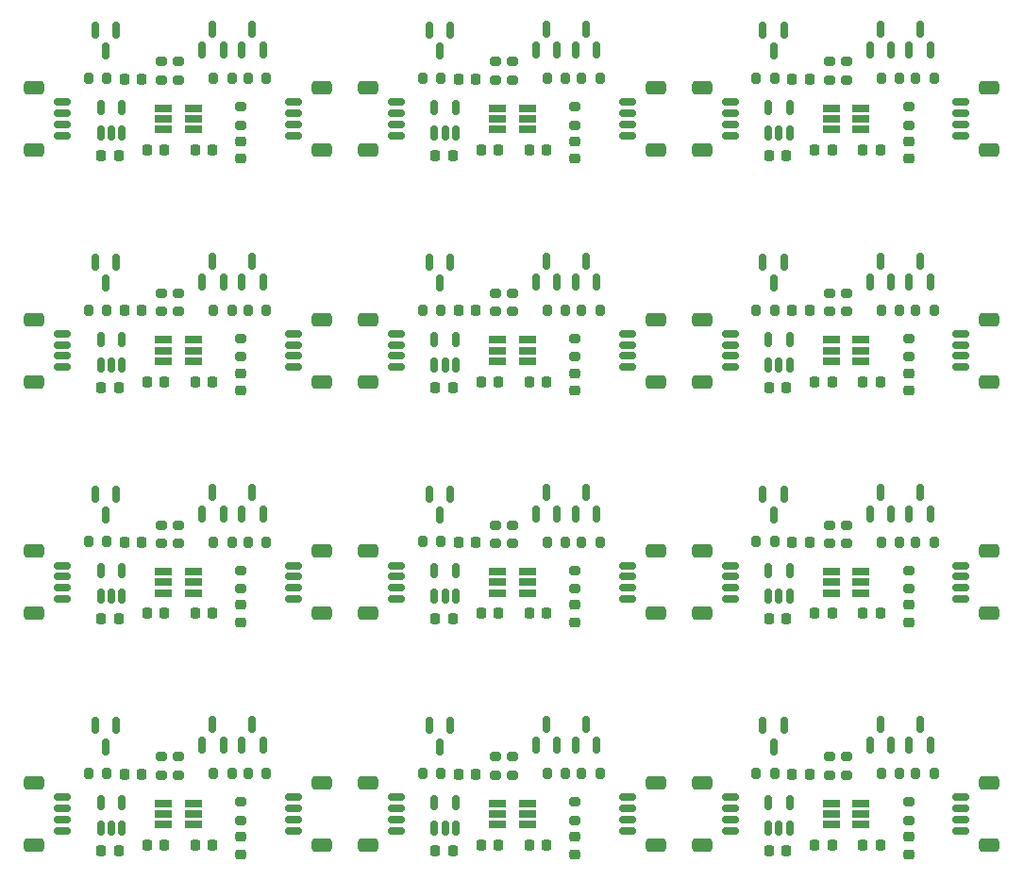
<source format=gbr>
%TF.GenerationSoftware,KiCad,Pcbnew,7.0.1*%
%TF.CreationDate,2025-06-25T09:37:51+07:00*%
%TF.ProjectId,panelize_2,70616e65-6c69-47a6-955f-322e6b696361,rev?*%
%TF.SameCoordinates,Original*%
%TF.FileFunction,Paste,Top*%
%TF.FilePolarity,Positive*%
%FSLAX46Y46*%
G04 Gerber Fmt 4.6, Leading zero omitted, Abs format (unit mm)*
G04 Created by KiCad (PCBNEW 7.0.1) date 2025-06-25 09:37:51*
%MOMM*%
%LPD*%
G01*
G04 APERTURE LIST*
G04 Aperture macros list*
%AMRoundRect*
0 Rectangle with rounded corners*
0 $1 Rounding radius*
0 $2 $3 $4 $5 $6 $7 $8 $9 X,Y pos of 4 corners*
0 Add a 4 corners polygon primitive as box body*
4,1,4,$2,$3,$4,$5,$6,$7,$8,$9,$2,$3,0*
0 Add four circle primitives for the rounded corners*
1,1,$1+$1,$2,$3*
1,1,$1+$1,$4,$5*
1,1,$1+$1,$6,$7*
1,1,$1+$1,$8,$9*
0 Add four rect primitives between the rounded corners*
20,1,$1+$1,$2,$3,$4,$5,0*
20,1,$1+$1,$4,$5,$6,$7,0*
20,1,$1+$1,$6,$7,$8,$9,0*
20,1,$1+$1,$8,$9,$2,$3,0*%
G04 Aperture macros list end*
%ADD10RoundRect,0.250000X0.650000X-0.350000X0.650000X0.350000X-0.650000X0.350000X-0.650000X-0.350000X0*%
%ADD11RoundRect,0.150000X0.625000X-0.150000X0.625000X0.150000X-0.625000X0.150000X-0.625000X-0.150000X0*%
%ADD12RoundRect,0.200000X-0.275000X0.200000X-0.275000X-0.200000X0.275000X-0.200000X0.275000X0.200000X0*%
%ADD13RoundRect,0.225000X-0.225000X-0.250000X0.225000X-0.250000X0.225000X0.250000X-0.225000X0.250000X0*%
%ADD14R,1.560000X0.650000*%
%ADD15RoundRect,0.225000X0.225000X0.250000X-0.225000X0.250000X-0.225000X-0.250000X0.225000X-0.250000X0*%
%ADD16RoundRect,0.200000X0.200000X0.275000X-0.200000X0.275000X-0.200000X-0.275000X0.200000X-0.275000X0*%
%ADD17RoundRect,0.150000X0.150000X-0.587500X0.150000X0.587500X-0.150000X0.587500X-0.150000X-0.587500X0*%
%ADD18RoundRect,0.200000X-0.200000X-0.275000X0.200000X-0.275000X0.200000X0.275000X-0.200000X0.275000X0*%
%ADD19RoundRect,0.150000X0.150000X-0.512500X0.150000X0.512500X-0.150000X0.512500X-0.150000X-0.512500X0*%
%ADD20RoundRect,0.150000X-0.150000X0.587500X-0.150000X-0.587500X0.150000X-0.587500X0.150000X0.587500X0*%
%ADD21RoundRect,0.218750X0.256250X-0.218750X0.256250X0.218750X-0.256250X0.218750X-0.256250X-0.218750X0*%
%ADD22RoundRect,0.250000X-0.650000X0.350000X-0.650000X-0.350000X0.650000X-0.350000X0.650000X0.350000X0*%
%ADD23RoundRect,0.150000X-0.625000X0.150000X-0.625000X-0.150000X0.625000X-0.150000X0.625000X0.150000X0*%
G04 APERTURE END LIST*
D10*
%TO.C,J13*%
X125935500Y-112200000D03*
X125935500Y-117800000D03*
D11*
X128460500Y-113500000D03*
X128460500Y-114500000D03*
X128460500Y-115500000D03*
X128460500Y-116500000D03*
%TD*%
D12*
%TO.C,R70*%
X167290000Y-153115000D03*
X167290000Y-151465000D03*
%TD*%
D13*
%TO.C,C46*%
X165511000Y-153026000D03*
X163961000Y-153026000D03*
%TD*%
D14*
%TO.C,U23*%
X170156000Y-155666000D03*
X170156000Y-156616000D03*
X170156000Y-157566000D03*
X167456000Y-157566000D03*
X167456000Y-156616000D03*
X167456000Y-155666000D03*
%TD*%
D15*
%TO.C,C47*%
X166007000Y-159402000D03*
X167557000Y-159402000D03*
%TD*%
D16*
%TO.C,R72*%
X160751000Y-152976000D03*
X162401000Y-152976000D03*
%TD*%
D10*
%TO.C,J34*%
X155883500Y-153808000D03*
X155883500Y-159408000D03*
D11*
X158408500Y-155108000D03*
X158408500Y-156108000D03*
X158408500Y-157108000D03*
X158408500Y-158108000D03*
%TD*%
D12*
%TO.C,R71*%
X168814000Y-153115000D03*
X168814000Y-151465000D03*
%TD*%
D17*
%TO.C,Q34*%
X171886000Y-148581000D03*
X172836000Y-150456000D03*
X170936000Y-150456000D03*
%TD*%
D18*
%TO.C,R69*%
X176681000Y-153006000D03*
X175031000Y-153006000D03*
%TD*%
D17*
%TO.C,Q35*%
X175426000Y-148581000D03*
X176376000Y-150456000D03*
X174476000Y-150456000D03*
%TD*%
D19*
%TO.C,U24*%
X161826000Y-155598500D03*
X163726000Y-155598500D03*
X163726000Y-157873500D03*
X162776000Y-157873500D03*
X161826000Y-157873500D03*
%TD*%
D15*
%TO.C,C48*%
X170325000Y-159402000D03*
X171875000Y-159402000D03*
%TD*%
D20*
%TO.C,Q36*%
X162294500Y-150563500D03*
X161344500Y-148688500D03*
X163244500Y-148688500D03*
%TD*%
D18*
%TO.C,R68*%
X173591000Y-153006000D03*
X171941000Y-153006000D03*
%TD*%
D21*
%TO.C,D12*%
X174402000Y-158640000D03*
X174402000Y-160215000D03*
%TD*%
D12*
%TO.C,R67*%
X174402000Y-157179000D03*
X174402000Y-155529000D03*
%TD*%
D13*
%TO.C,C45*%
X163446500Y-159910000D03*
X161896500Y-159910000D03*
%TD*%
D22*
%TO.C,J35*%
X181651500Y-159408000D03*
X181651500Y-153808000D03*
D23*
X179126500Y-158108000D03*
X179126500Y-157108000D03*
X179126500Y-156108000D03*
X179126500Y-155108000D03*
%TD*%
D12*
%TO.C,R64*%
X137342000Y-153115000D03*
X137342000Y-151465000D03*
%TD*%
D13*
%TO.C,C42*%
X135563000Y-153026000D03*
X134013000Y-153026000D03*
%TD*%
D14*
%TO.C,U21*%
X140208000Y-155666000D03*
X140208000Y-156616000D03*
X140208000Y-157566000D03*
X137508000Y-157566000D03*
X137508000Y-156616000D03*
X137508000Y-155666000D03*
%TD*%
D15*
%TO.C,C43*%
X136059000Y-159402000D03*
X137609000Y-159402000D03*
%TD*%
D16*
%TO.C,R66*%
X130803000Y-152976000D03*
X132453000Y-152976000D03*
%TD*%
D10*
%TO.C,J31*%
X125935500Y-153808000D03*
X125935500Y-159408000D03*
D11*
X128460500Y-155108000D03*
X128460500Y-156108000D03*
X128460500Y-157108000D03*
X128460500Y-158108000D03*
%TD*%
D12*
%TO.C,R65*%
X138866000Y-153115000D03*
X138866000Y-151465000D03*
%TD*%
D17*
%TO.C,Q31*%
X141938000Y-148581000D03*
X142888000Y-150456000D03*
X140988000Y-150456000D03*
%TD*%
D18*
%TO.C,R63*%
X146733000Y-153006000D03*
X145083000Y-153006000D03*
%TD*%
D17*
%TO.C,Q32*%
X145478000Y-148581000D03*
X146428000Y-150456000D03*
X144528000Y-150456000D03*
%TD*%
D19*
%TO.C,U22*%
X131878000Y-155598500D03*
X133778000Y-155598500D03*
X133778000Y-157873500D03*
X132828000Y-157873500D03*
X131878000Y-157873500D03*
%TD*%
D15*
%TO.C,C44*%
X140377000Y-159402000D03*
X141927000Y-159402000D03*
%TD*%
D20*
%TO.C,Q33*%
X132346500Y-150563500D03*
X131396500Y-148688500D03*
X133296500Y-148688500D03*
%TD*%
D18*
%TO.C,R62*%
X143643000Y-153006000D03*
X141993000Y-153006000D03*
%TD*%
D21*
%TO.C,D11*%
X144454000Y-158640000D03*
X144454000Y-160215000D03*
%TD*%
D12*
%TO.C,R61*%
X144454000Y-157179000D03*
X144454000Y-155529000D03*
%TD*%
D13*
%TO.C,C41*%
X133498500Y-159910000D03*
X131948500Y-159910000D03*
%TD*%
D22*
%TO.C,J32*%
X151703500Y-159408000D03*
X151703500Y-153808000D03*
D23*
X149178500Y-158108000D03*
X149178500Y-157108000D03*
X149178500Y-156108000D03*
X149178500Y-155108000D03*
%TD*%
D12*
%TO.C,R58*%
X107394000Y-153115000D03*
X107394000Y-151465000D03*
%TD*%
D13*
%TO.C,C38*%
X105615000Y-153026000D03*
X104065000Y-153026000D03*
%TD*%
D14*
%TO.C,U19*%
X110260000Y-155666000D03*
X110260000Y-156616000D03*
X110260000Y-157566000D03*
X107560000Y-157566000D03*
X107560000Y-156616000D03*
X107560000Y-155666000D03*
%TD*%
D15*
%TO.C,C39*%
X106111000Y-159402000D03*
X107661000Y-159402000D03*
%TD*%
D16*
%TO.C,R60*%
X100855000Y-152976000D03*
X102505000Y-152976000D03*
%TD*%
D10*
%TO.C,J28*%
X95987500Y-153808000D03*
X95987500Y-159408000D03*
D11*
X98512500Y-155108000D03*
X98512500Y-156108000D03*
X98512500Y-157108000D03*
X98512500Y-158108000D03*
%TD*%
D12*
%TO.C,R59*%
X108918000Y-153115000D03*
X108918000Y-151465000D03*
%TD*%
D17*
%TO.C,Q28*%
X111990000Y-148581000D03*
X112940000Y-150456000D03*
X111040000Y-150456000D03*
%TD*%
D18*
%TO.C,R57*%
X116785000Y-153006000D03*
X115135000Y-153006000D03*
%TD*%
D17*
%TO.C,Q29*%
X115530000Y-148581000D03*
X116480000Y-150456000D03*
X114580000Y-150456000D03*
%TD*%
D19*
%TO.C,U20*%
X101930000Y-155598500D03*
X103830000Y-155598500D03*
X103830000Y-157873500D03*
X102880000Y-157873500D03*
X101930000Y-157873500D03*
%TD*%
D15*
%TO.C,C40*%
X110429000Y-159402000D03*
X111979000Y-159402000D03*
%TD*%
D20*
%TO.C,Q30*%
X102398500Y-150563500D03*
X101448500Y-148688500D03*
X103348500Y-148688500D03*
%TD*%
D18*
%TO.C,R56*%
X113695000Y-153006000D03*
X112045000Y-153006000D03*
%TD*%
D21*
%TO.C,D10*%
X114506000Y-158640000D03*
X114506000Y-160215000D03*
%TD*%
D12*
%TO.C,R55*%
X114506000Y-157179000D03*
X114506000Y-155529000D03*
%TD*%
D13*
%TO.C,C37*%
X103550500Y-159910000D03*
X102000500Y-159910000D03*
%TD*%
D22*
%TO.C,J29*%
X121755500Y-159408000D03*
X121755500Y-153808000D03*
D23*
X119230500Y-158108000D03*
X119230500Y-157108000D03*
X119230500Y-156108000D03*
X119230500Y-155108000D03*
%TD*%
D12*
%TO.C,R52*%
X167290000Y-132311000D03*
X167290000Y-130661000D03*
%TD*%
D13*
%TO.C,C34*%
X165511000Y-132222000D03*
X163961000Y-132222000D03*
%TD*%
D14*
%TO.C,U17*%
X170156000Y-134862000D03*
X170156000Y-135812000D03*
X170156000Y-136762000D03*
X167456000Y-136762000D03*
X167456000Y-135812000D03*
X167456000Y-134862000D03*
%TD*%
D15*
%TO.C,C35*%
X166007000Y-138598000D03*
X167557000Y-138598000D03*
%TD*%
D16*
%TO.C,R54*%
X160751000Y-132172000D03*
X162401000Y-132172000D03*
%TD*%
D10*
%TO.C,J25*%
X155883500Y-133004000D03*
X155883500Y-138604000D03*
D11*
X158408500Y-134304000D03*
X158408500Y-135304000D03*
X158408500Y-136304000D03*
X158408500Y-137304000D03*
%TD*%
D12*
%TO.C,R53*%
X168814000Y-132311000D03*
X168814000Y-130661000D03*
%TD*%
D17*
%TO.C,Q25*%
X171886000Y-127777000D03*
X172836000Y-129652000D03*
X170936000Y-129652000D03*
%TD*%
D18*
%TO.C,R51*%
X176681000Y-132202000D03*
X175031000Y-132202000D03*
%TD*%
D17*
%TO.C,Q26*%
X175426000Y-127777000D03*
X176376000Y-129652000D03*
X174476000Y-129652000D03*
%TD*%
D19*
%TO.C,U18*%
X161826000Y-134794500D03*
X163726000Y-134794500D03*
X163726000Y-137069500D03*
X162776000Y-137069500D03*
X161826000Y-137069500D03*
%TD*%
D15*
%TO.C,C36*%
X170325000Y-138598000D03*
X171875000Y-138598000D03*
%TD*%
D20*
%TO.C,Q27*%
X162294500Y-129759500D03*
X161344500Y-127884500D03*
X163244500Y-127884500D03*
%TD*%
D18*
%TO.C,R50*%
X173591000Y-132202000D03*
X171941000Y-132202000D03*
%TD*%
D21*
%TO.C,D9*%
X174402000Y-137836000D03*
X174402000Y-139411000D03*
%TD*%
D12*
%TO.C,R49*%
X174402000Y-136375000D03*
X174402000Y-134725000D03*
%TD*%
D13*
%TO.C,C33*%
X163446500Y-139106000D03*
X161896500Y-139106000D03*
%TD*%
D22*
%TO.C,J26*%
X181651500Y-138604000D03*
X181651500Y-133004000D03*
D23*
X179126500Y-137304000D03*
X179126500Y-136304000D03*
X179126500Y-135304000D03*
X179126500Y-134304000D03*
%TD*%
D12*
%TO.C,R46*%
X137342000Y-132311000D03*
X137342000Y-130661000D03*
%TD*%
D13*
%TO.C,C30*%
X135563000Y-132222000D03*
X134013000Y-132222000D03*
%TD*%
D14*
%TO.C,U15*%
X140208000Y-134862000D03*
X140208000Y-135812000D03*
X140208000Y-136762000D03*
X137508000Y-136762000D03*
X137508000Y-135812000D03*
X137508000Y-134862000D03*
%TD*%
D15*
%TO.C,C31*%
X136059000Y-138598000D03*
X137609000Y-138598000D03*
%TD*%
D16*
%TO.C,R48*%
X130803000Y-132172000D03*
X132453000Y-132172000D03*
%TD*%
D10*
%TO.C,J22*%
X125935500Y-133004000D03*
X125935500Y-138604000D03*
D11*
X128460500Y-134304000D03*
X128460500Y-135304000D03*
X128460500Y-136304000D03*
X128460500Y-137304000D03*
%TD*%
D12*
%TO.C,R47*%
X138866000Y-132311000D03*
X138866000Y-130661000D03*
%TD*%
D17*
%TO.C,Q22*%
X141938000Y-127777000D03*
X142888000Y-129652000D03*
X140988000Y-129652000D03*
%TD*%
D18*
%TO.C,R45*%
X146733000Y-132202000D03*
X145083000Y-132202000D03*
%TD*%
D17*
%TO.C,Q23*%
X145478000Y-127777000D03*
X146428000Y-129652000D03*
X144528000Y-129652000D03*
%TD*%
D19*
%TO.C,U16*%
X131878000Y-134794500D03*
X133778000Y-134794500D03*
X133778000Y-137069500D03*
X132828000Y-137069500D03*
X131878000Y-137069500D03*
%TD*%
D15*
%TO.C,C32*%
X140377000Y-138598000D03*
X141927000Y-138598000D03*
%TD*%
D20*
%TO.C,Q24*%
X132346500Y-129759500D03*
X131396500Y-127884500D03*
X133296500Y-127884500D03*
%TD*%
D18*
%TO.C,R44*%
X143643000Y-132202000D03*
X141993000Y-132202000D03*
%TD*%
D21*
%TO.C,D8*%
X144454000Y-137836000D03*
X144454000Y-139411000D03*
%TD*%
D12*
%TO.C,R43*%
X144454000Y-136375000D03*
X144454000Y-134725000D03*
%TD*%
D13*
%TO.C,C29*%
X133498500Y-139106000D03*
X131948500Y-139106000D03*
%TD*%
D22*
%TO.C,J23*%
X151703500Y-138604000D03*
X151703500Y-133004000D03*
D23*
X149178500Y-137304000D03*
X149178500Y-136304000D03*
X149178500Y-135304000D03*
X149178500Y-134304000D03*
%TD*%
D12*
%TO.C,R40*%
X107394000Y-132311000D03*
X107394000Y-130661000D03*
%TD*%
D13*
%TO.C,C26*%
X105615000Y-132222000D03*
X104065000Y-132222000D03*
%TD*%
D14*
%TO.C,U13*%
X110260000Y-134862000D03*
X110260000Y-135812000D03*
X110260000Y-136762000D03*
X107560000Y-136762000D03*
X107560000Y-135812000D03*
X107560000Y-134862000D03*
%TD*%
D15*
%TO.C,C27*%
X106111000Y-138598000D03*
X107661000Y-138598000D03*
%TD*%
D16*
%TO.C,R42*%
X100855000Y-132172000D03*
X102505000Y-132172000D03*
%TD*%
D10*
%TO.C,J19*%
X95987500Y-133004000D03*
X95987500Y-138604000D03*
D11*
X98512500Y-134304000D03*
X98512500Y-135304000D03*
X98512500Y-136304000D03*
X98512500Y-137304000D03*
%TD*%
D12*
%TO.C,R41*%
X108918000Y-132311000D03*
X108918000Y-130661000D03*
%TD*%
D17*
%TO.C,Q19*%
X111990000Y-127777000D03*
X112940000Y-129652000D03*
X111040000Y-129652000D03*
%TD*%
D18*
%TO.C,R39*%
X116785000Y-132202000D03*
X115135000Y-132202000D03*
%TD*%
D17*
%TO.C,Q20*%
X115530000Y-127777000D03*
X116480000Y-129652000D03*
X114580000Y-129652000D03*
%TD*%
D19*
%TO.C,U14*%
X101930000Y-134794500D03*
X103830000Y-134794500D03*
X103830000Y-137069500D03*
X102880000Y-137069500D03*
X101930000Y-137069500D03*
%TD*%
D15*
%TO.C,C28*%
X110429000Y-138598000D03*
X111979000Y-138598000D03*
%TD*%
D20*
%TO.C,Q21*%
X102398500Y-129759500D03*
X101448500Y-127884500D03*
X103348500Y-127884500D03*
%TD*%
D18*
%TO.C,R38*%
X113695000Y-132202000D03*
X112045000Y-132202000D03*
%TD*%
D21*
%TO.C,D7*%
X114506000Y-137836000D03*
X114506000Y-139411000D03*
%TD*%
D12*
%TO.C,R37*%
X114506000Y-136375000D03*
X114506000Y-134725000D03*
%TD*%
D13*
%TO.C,C25*%
X103550500Y-139106000D03*
X102000500Y-139106000D03*
%TD*%
D22*
%TO.C,J20*%
X121755500Y-138604000D03*
X121755500Y-133004000D03*
D23*
X119230500Y-137304000D03*
X119230500Y-136304000D03*
X119230500Y-135304000D03*
X119230500Y-134304000D03*
%TD*%
D12*
%TO.C,R34*%
X167290000Y-111507000D03*
X167290000Y-109857000D03*
%TD*%
D13*
%TO.C,C22*%
X165511000Y-111418000D03*
X163961000Y-111418000D03*
%TD*%
D14*
%TO.C,U11*%
X170156000Y-114058000D03*
X170156000Y-115008000D03*
X170156000Y-115958000D03*
X167456000Y-115958000D03*
X167456000Y-115008000D03*
X167456000Y-114058000D03*
%TD*%
D15*
%TO.C,C23*%
X166007000Y-117794000D03*
X167557000Y-117794000D03*
%TD*%
D16*
%TO.C,R36*%
X160751000Y-111368000D03*
X162401000Y-111368000D03*
%TD*%
D10*
%TO.C,J16*%
X155883500Y-112200000D03*
X155883500Y-117800000D03*
D11*
X158408500Y-113500000D03*
X158408500Y-114500000D03*
X158408500Y-115500000D03*
X158408500Y-116500000D03*
%TD*%
D12*
%TO.C,R35*%
X168814000Y-111507000D03*
X168814000Y-109857000D03*
%TD*%
D17*
%TO.C,Q16*%
X171886000Y-106973000D03*
X172836000Y-108848000D03*
X170936000Y-108848000D03*
%TD*%
D18*
%TO.C,R33*%
X176681000Y-111398000D03*
X175031000Y-111398000D03*
%TD*%
D17*
%TO.C,Q17*%
X175426000Y-106973000D03*
X176376000Y-108848000D03*
X174476000Y-108848000D03*
%TD*%
D19*
%TO.C,U12*%
X161826000Y-113990500D03*
X163726000Y-113990500D03*
X163726000Y-116265500D03*
X162776000Y-116265500D03*
X161826000Y-116265500D03*
%TD*%
D15*
%TO.C,C24*%
X170325000Y-117794000D03*
X171875000Y-117794000D03*
%TD*%
D20*
%TO.C,Q18*%
X162294500Y-108955500D03*
X161344500Y-107080500D03*
X163244500Y-107080500D03*
%TD*%
D18*
%TO.C,R32*%
X173591000Y-111398000D03*
X171941000Y-111398000D03*
%TD*%
D21*
%TO.C,D6*%
X174402000Y-117032000D03*
X174402000Y-118607000D03*
%TD*%
D12*
%TO.C,R31*%
X174402000Y-115571000D03*
X174402000Y-113921000D03*
%TD*%
D13*
%TO.C,C21*%
X163446500Y-118302000D03*
X161896500Y-118302000D03*
%TD*%
D22*
%TO.C,J17*%
X181651500Y-117800000D03*
X181651500Y-112200000D03*
D23*
X179126500Y-116500000D03*
X179126500Y-115500000D03*
X179126500Y-114500000D03*
X179126500Y-113500000D03*
%TD*%
D12*
%TO.C,R28*%
X137342000Y-111507000D03*
X137342000Y-109857000D03*
%TD*%
D13*
%TO.C,C18*%
X135563000Y-111418000D03*
X134013000Y-111418000D03*
%TD*%
D14*
%TO.C,U9*%
X140208000Y-114058000D03*
X140208000Y-115008000D03*
X140208000Y-115958000D03*
X137508000Y-115958000D03*
X137508000Y-115008000D03*
X137508000Y-114058000D03*
%TD*%
D15*
%TO.C,C19*%
X136059000Y-117794000D03*
X137609000Y-117794000D03*
%TD*%
D16*
%TO.C,R30*%
X130803000Y-111368000D03*
X132453000Y-111368000D03*
%TD*%
D12*
%TO.C,R29*%
X138866000Y-111507000D03*
X138866000Y-109857000D03*
%TD*%
D17*
%TO.C,Q13*%
X141938000Y-106973000D03*
X142888000Y-108848000D03*
X140988000Y-108848000D03*
%TD*%
D18*
%TO.C,R27*%
X146733000Y-111398000D03*
X145083000Y-111398000D03*
%TD*%
D17*
%TO.C,Q14*%
X145478000Y-106973000D03*
X146428000Y-108848000D03*
X144528000Y-108848000D03*
%TD*%
D19*
%TO.C,U10*%
X131878000Y-113990500D03*
X133778000Y-113990500D03*
X133778000Y-116265500D03*
X132828000Y-116265500D03*
X131878000Y-116265500D03*
%TD*%
D15*
%TO.C,C20*%
X140377000Y-117794000D03*
X141927000Y-117794000D03*
%TD*%
D20*
%TO.C,Q15*%
X132346500Y-108955500D03*
X131396500Y-107080500D03*
X133296500Y-107080500D03*
%TD*%
D18*
%TO.C,R26*%
X143643000Y-111398000D03*
X141993000Y-111398000D03*
%TD*%
D21*
%TO.C,D5*%
X144454000Y-117032000D03*
X144454000Y-118607000D03*
%TD*%
D12*
%TO.C,R25*%
X144454000Y-115571000D03*
X144454000Y-113921000D03*
%TD*%
D13*
%TO.C,C17*%
X133498500Y-118302000D03*
X131948500Y-118302000D03*
%TD*%
D22*
%TO.C,J14*%
X151703500Y-117800000D03*
X151703500Y-112200000D03*
D23*
X149178500Y-116500000D03*
X149178500Y-115500000D03*
X149178500Y-114500000D03*
X149178500Y-113500000D03*
%TD*%
D12*
%TO.C,R22*%
X107394000Y-111507000D03*
X107394000Y-109857000D03*
%TD*%
D13*
%TO.C,C14*%
X105615000Y-111418000D03*
X104065000Y-111418000D03*
%TD*%
D14*
%TO.C,U7*%
X110260000Y-114058000D03*
X110260000Y-115008000D03*
X110260000Y-115958000D03*
X107560000Y-115958000D03*
X107560000Y-115008000D03*
X107560000Y-114058000D03*
%TD*%
D15*
%TO.C,C15*%
X106111000Y-117794000D03*
X107661000Y-117794000D03*
%TD*%
D16*
%TO.C,R24*%
X100855000Y-111368000D03*
X102505000Y-111368000D03*
%TD*%
D10*
%TO.C,J10*%
X95987500Y-112200000D03*
X95987500Y-117800000D03*
D11*
X98512500Y-113500000D03*
X98512500Y-114500000D03*
X98512500Y-115500000D03*
X98512500Y-116500000D03*
%TD*%
D12*
%TO.C,R23*%
X108918000Y-111507000D03*
X108918000Y-109857000D03*
%TD*%
D17*
%TO.C,Q10*%
X111990000Y-106973000D03*
X112940000Y-108848000D03*
X111040000Y-108848000D03*
%TD*%
D18*
%TO.C,R21*%
X116785000Y-111398000D03*
X115135000Y-111398000D03*
%TD*%
D17*
%TO.C,Q11*%
X115530000Y-106973000D03*
X116480000Y-108848000D03*
X114580000Y-108848000D03*
%TD*%
D19*
%TO.C,U8*%
X101930000Y-113990500D03*
X103830000Y-113990500D03*
X103830000Y-116265500D03*
X102880000Y-116265500D03*
X101930000Y-116265500D03*
%TD*%
D15*
%TO.C,C16*%
X110429000Y-117794000D03*
X111979000Y-117794000D03*
%TD*%
D20*
%TO.C,Q12*%
X102398500Y-108955500D03*
X101448500Y-107080500D03*
X103348500Y-107080500D03*
%TD*%
D18*
%TO.C,R20*%
X113695000Y-111398000D03*
X112045000Y-111398000D03*
%TD*%
D21*
%TO.C,D4*%
X114506000Y-117032000D03*
X114506000Y-118607000D03*
%TD*%
D12*
%TO.C,R19*%
X114506000Y-115571000D03*
X114506000Y-113921000D03*
%TD*%
D13*
%TO.C,C13*%
X103550500Y-118302000D03*
X102000500Y-118302000D03*
%TD*%
D22*
%TO.C,J11*%
X121755500Y-117800000D03*
X121755500Y-112200000D03*
D23*
X119230500Y-116500000D03*
X119230500Y-115500000D03*
X119230500Y-114500000D03*
X119230500Y-113500000D03*
%TD*%
D12*
%TO.C,R16*%
X167290000Y-90703000D03*
X167290000Y-89053000D03*
%TD*%
D13*
%TO.C,C10*%
X165511000Y-90614000D03*
X163961000Y-90614000D03*
%TD*%
D14*
%TO.C,U5*%
X170156000Y-93254000D03*
X170156000Y-94204000D03*
X170156000Y-95154000D03*
X167456000Y-95154000D03*
X167456000Y-94204000D03*
X167456000Y-93254000D03*
%TD*%
D15*
%TO.C,C11*%
X166007000Y-96990000D03*
X167557000Y-96990000D03*
%TD*%
D16*
%TO.C,R18*%
X160751000Y-90564000D03*
X162401000Y-90564000D03*
%TD*%
D10*
%TO.C,J7*%
X155883500Y-91396000D03*
X155883500Y-96996000D03*
D11*
X158408500Y-92696000D03*
X158408500Y-93696000D03*
X158408500Y-94696000D03*
X158408500Y-95696000D03*
%TD*%
D12*
%TO.C,R17*%
X168814000Y-90703000D03*
X168814000Y-89053000D03*
%TD*%
D17*
%TO.C,Q7*%
X171886000Y-86169000D03*
X172836000Y-88044000D03*
X170936000Y-88044000D03*
%TD*%
D18*
%TO.C,R15*%
X176681000Y-90594000D03*
X175031000Y-90594000D03*
%TD*%
D17*
%TO.C,Q8*%
X175426000Y-86169000D03*
X176376000Y-88044000D03*
X174476000Y-88044000D03*
%TD*%
D19*
%TO.C,U6*%
X161826000Y-93186500D03*
X163726000Y-93186500D03*
X163726000Y-95461500D03*
X162776000Y-95461500D03*
X161826000Y-95461500D03*
%TD*%
D15*
%TO.C,C12*%
X170325000Y-96990000D03*
X171875000Y-96990000D03*
%TD*%
D20*
%TO.C,Q9*%
X162294500Y-88151500D03*
X161344500Y-86276500D03*
X163244500Y-86276500D03*
%TD*%
D18*
%TO.C,R14*%
X173591000Y-90594000D03*
X171941000Y-90594000D03*
%TD*%
D21*
%TO.C,D3*%
X174402000Y-96228000D03*
X174402000Y-97803000D03*
%TD*%
D12*
%TO.C,R13*%
X174402000Y-94767000D03*
X174402000Y-93117000D03*
%TD*%
D13*
%TO.C,C9*%
X163446500Y-97498000D03*
X161896500Y-97498000D03*
%TD*%
D22*
%TO.C,J8*%
X181651500Y-96996000D03*
X181651500Y-91396000D03*
D23*
X179126500Y-95696000D03*
X179126500Y-94696000D03*
X179126500Y-93696000D03*
X179126500Y-92696000D03*
%TD*%
D12*
%TO.C,R10*%
X137342000Y-90703000D03*
X137342000Y-89053000D03*
%TD*%
D13*
%TO.C,C6*%
X135563000Y-90614000D03*
X134013000Y-90614000D03*
%TD*%
D14*
%TO.C,U3*%
X140208000Y-93254000D03*
X140208000Y-94204000D03*
X140208000Y-95154000D03*
X137508000Y-95154000D03*
X137508000Y-94204000D03*
X137508000Y-93254000D03*
%TD*%
D15*
%TO.C,C7*%
X136059000Y-96990000D03*
X137609000Y-96990000D03*
%TD*%
D16*
%TO.C,R12*%
X130803000Y-90564000D03*
X132453000Y-90564000D03*
%TD*%
D10*
%TO.C,J4*%
X125935500Y-91396000D03*
X125935500Y-96996000D03*
D11*
X128460500Y-92696000D03*
X128460500Y-93696000D03*
X128460500Y-94696000D03*
X128460500Y-95696000D03*
%TD*%
D12*
%TO.C,R11*%
X138866000Y-90703000D03*
X138866000Y-89053000D03*
%TD*%
D17*
%TO.C,Q4*%
X141938000Y-86169000D03*
X142888000Y-88044000D03*
X140988000Y-88044000D03*
%TD*%
D18*
%TO.C,R9*%
X146733000Y-90594000D03*
X145083000Y-90594000D03*
%TD*%
D17*
%TO.C,Q5*%
X145478000Y-86169000D03*
X146428000Y-88044000D03*
X144528000Y-88044000D03*
%TD*%
D19*
%TO.C,U4*%
X131878000Y-93186500D03*
X133778000Y-93186500D03*
X133778000Y-95461500D03*
X132828000Y-95461500D03*
X131878000Y-95461500D03*
%TD*%
D15*
%TO.C,C8*%
X140377000Y-96990000D03*
X141927000Y-96990000D03*
%TD*%
D20*
%TO.C,Q6*%
X132346500Y-88151500D03*
X131396500Y-86276500D03*
X133296500Y-86276500D03*
%TD*%
D18*
%TO.C,R8*%
X143643000Y-90594000D03*
X141993000Y-90594000D03*
%TD*%
D21*
%TO.C,D2*%
X144454000Y-96228000D03*
X144454000Y-97803000D03*
%TD*%
D12*
%TO.C,R7*%
X144454000Y-94767000D03*
X144454000Y-93117000D03*
%TD*%
D13*
%TO.C,C5*%
X133498500Y-97498000D03*
X131948500Y-97498000D03*
%TD*%
D22*
%TO.C,J5*%
X151703500Y-96996000D03*
X151703500Y-91396000D03*
D23*
X149178500Y-95696000D03*
X149178500Y-94696000D03*
X149178500Y-93696000D03*
X149178500Y-92696000D03*
%TD*%
D21*
%TO.C,D1*%
X114506000Y-96228000D03*
X114506000Y-97803000D03*
%TD*%
D15*
%TO.C,C3*%
X106111000Y-96990000D03*
X107661000Y-96990000D03*
%TD*%
D20*
%TO.C,Q3*%
X102398500Y-88151500D03*
X101448500Y-86276500D03*
X103348500Y-86276500D03*
%TD*%
D13*
%TO.C,C2*%
X105615000Y-90614000D03*
X104065000Y-90614000D03*
%TD*%
D12*
%TO.C,R1*%
X114506000Y-94767000D03*
X114506000Y-93117000D03*
%TD*%
D18*
%TO.C,R2*%
X113695000Y-90594000D03*
X112045000Y-90594000D03*
%TD*%
D12*
%TO.C,R4*%
X107394000Y-90703000D03*
X107394000Y-89053000D03*
%TD*%
D14*
%TO.C,U1*%
X110260000Y-93254000D03*
X110260000Y-94204000D03*
X110260000Y-95154000D03*
X107560000Y-95154000D03*
X107560000Y-94204000D03*
X107560000Y-93254000D03*
%TD*%
D17*
%TO.C,Q2*%
X115530000Y-86169000D03*
X116480000Y-88044000D03*
X114580000Y-88044000D03*
%TD*%
D22*
%TO.C,J2*%
X121755500Y-96996000D03*
X121755500Y-91396000D03*
D23*
X119230500Y-95696000D03*
X119230500Y-94696000D03*
X119230500Y-93696000D03*
X119230500Y-92696000D03*
%TD*%
D13*
%TO.C,C1*%
X103550500Y-97498000D03*
X102000500Y-97498000D03*
%TD*%
D15*
%TO.C,C4*%
X110429000Y-96990000D03*
X111979000Y-96990000D03*
%TD*%
D12*
%TO.C,R5*%
X108918000Y-90703000D03*
X108918000Y-89053000D03*
%TD*%
D17*
%TO.C,Q1*%
X111990000Y-86169000D03*
X112940000Y-88044000D03*
X111040000Y-88044000D03*
%TD*%
D18*
%TO.C,R3*%
X116785000Y-90594000D03*
X115135000Y-90594000D03*
%TD*%
D10*
%TO.C,J1*%
X95987500Y-91396000D03*
X95987500Y-96996000D03*
D11*
X98512500Y-92696000D03*
X98512500Y-93696000D03*
X98512500Y-94696000D03*
X98512500Y-95696000D03*
%TD*%
D16*
%TO.C,R6*%
X100855000Y-90564000D03*
X102505000Y-90564000D03*
%TD*%
D19*
%TO.C,U2*%
X101930000Y-93186500D03*
X103830000Y-93186500D03*
X103830000Y-95461500D03*
X102880000Y-95461500D03*
X101930000Y-95461500D03*
%TD*%
M02*

</source>
